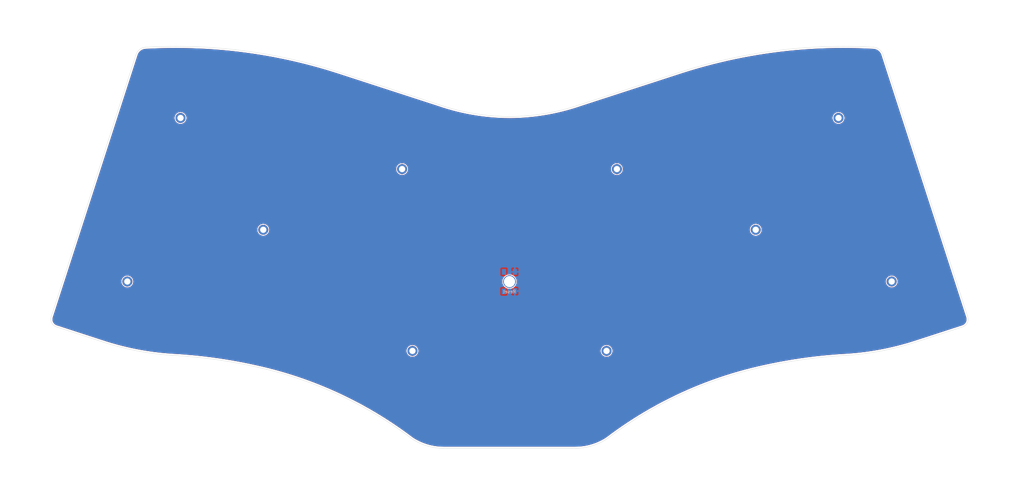
<source format=kicad_pcb>
(kicad_pcb (version 20211014) (generator pcbnew)
  (layers (0 "F.Cu" signal) (31 "B.Cu" signal) (34 "B.Paste" user) (35 "F.Paste" user) (36 "B.SilkS" user "B.Silkscreen") (37 "F.SilkS" user "F.Silkscreen") (38 "B.Mask" user) (39 "F.Mask" user) (44 "Edge.Cuts" user))
  (net 0 "")
  (net 1 "GND")
  (footprint "" (layer "F.Cu") (at 216.127512 123.813169)
    (fp_text reference "" (at 0 0) (layer "F.SilkS") (effects (font (size 1.27 1.27))))
    (fp_text value "" (at 0 0) (layer "F.SilkS") (effects (font (size 1.27 1.27))))
    (pad "" thru_hole circle locked (at 0 0 90) (size 4 4) (drill 3.5) (layers *.Cu *.Mask "Dwgs.User") (clearance 0.3))
  )
  (footprint "" (layer "F.Cu") (at 94.673566 123.775015)
    (fp_text reference "" (at 0 0) (layer "F.SilkS") (effects (font (size 1.27 1.27))))
    (fp_text value "" (at 0 0) (layer "F.SilkS") (effects (font (size 1.27 1.27))))
    (pad "" thru_hole circle locked (at 0 0 90) (size 3.2 3.2) (drill 2) (layers F&B.Cu *.Mask "Dwgs.User") (clearance 0.3))
  )
  (footprint "" (layer "F.Cu") (at 111.578153 71.748037)
    (fp_text reference "" (at 0 0) (layer "F.SilkS") (effects (font (size 1.27 1.27))))
    (fp_text value "" (at 0 0) (layer "F.SilkS") (effects (font (size 1.27 1.27))))
    (pad "" thru_hole circle locked (at 0 0 90) (size 3.2 3.2) (drill 2) (layers F&B.Cu *.Mask "Dwgs.User") (clearance 0.3))
  )
  (footprint "" (layer "F.Cu") (at 246.970277 145.85677)
    (fp_text reference "" (at 0 0) (layer "F.SilkS") (effects (font (size 1.27 1.27))))
    (fp_text value "" (at 0 0) (layer "F.SilkS") (effects (font (size 1.27 1.27))))
    (pad "" thru_hole circle locked (at 0 0 90) (size 3.2 3.2) (drill 2) (layers F&B.Cu *.Mask "Dwgs.User") (clearance 0.3))
  )
  (footprint "" (layer "F.Cu") (at 250.255544 88.010361)
    (fp_text reference "" (at 0 0) (layer "F.SilkS") (effects (font (size 1.27 1.27))))
    (fp_text value "" (at 0 0) (layer "F.SilkS") (effects (font (size 1.27 1.27))))
    (pad "" thru_hole circle locked (at 0 0 90) (size 3.2 3.2) (drill 2) (layers F&B.Cu *.Mask "Dwgs.User") (clearance 0.3))
  )
  (footprint "" (layer "F.Cu") (at 137.873092 107.318988)
    (fp_text reference "" (at 0 0) (layer "F.SilkS") (effects (font (size 1.27 1.27))))
    (fp_text value "" (at 0 0) (layer "F.SilkS") (effects (font (size 1.27 1.27))))
    (pad "" thru_hole circle locked (at 0 0 90) (size 3.2 3.2) (drill 2) (layers F&B.Cu *.Mask "Dwgs.User") (clearance 0.3))
  )
  (footprint "" (layer "F.Cu") (at 185.28494 145.856198)
    (fp_text reference "" (at 0 0) (layer "F.SilkS") (effects (font (size 1.27 1.27))))
    (fp_text value "" (at 0 0) (layer "F.SilkS") (effects (font (size 1.27 1.27))))
    (pad "" thru_hole circle locked (at 0 0 90) (size 3.2 3.2) (drill 2) (layers F&B.Cu *.Mask "Dwgs.User") (clearance 0.3))
  )
  (footprint "" (layer "F.Cu") (at 320.677064 71.748608)
    (fp_text reference "" (at 0 0) (layer "F.SilkS") (effects (font (size 1.27 1.27))))
    (fp_text value "" (at 0 0) (layer "F.SilkS") (effects (font (size 1.27 1.27))))
    (pad "" thru_hole circle locked (at 0 0 90) (size 3.2 3.2) (drill 2) (layers F&B.Cu *.Mask "Dwgs.User") (clearance 0.3))
  )
  (footprint "" (layer "F.Cu") (at 294.382124 107.319558)
    (fp_text reference "" (at 0 0) (layer "F.SilkS") (effects (font (size 1.27 1.27))))
    (fp_text value "" (at 0 0) (layer "F.SilkS") (effects (font (size 1.27 1.27))))
    (pad "" thru_hole circle locked (at 0 0 90) (size 3.2 3.2) (drill 2) (layers F&B.Cu *.Mask "Dwgs.User") (clearance 0.3))
  )
  (footprint "" (layer "F.Cu") (at 181.999669 88.009791)
    (fp_text reference "" (at 0 0) (layer "F.SilkS") (effects (font (size 1.27 1.27))))
    (fp_text value "" (at 0 0) (layer "F.SilkS") (effects (font (size 1.27 1.27))))
    (pad "" thru_hole circle locked (at 0 0 90) (size 3.2 3.2) (drill 2) (layers F&B.Cu *.Mask "Dwgs.User") (clearance 0.3))
  )
  (footprint "" (layer "F.Cu") (at 337.58165 123.775584)
    (fp_text reference "" (at 0 0) (layer "F.SilkS") (effects (font (size 1.27 1.27))))
    (fp_text value "" (at 0 0) (layer "F.SilkS") (effects (font (size 1.27 1.27))))
    (pad "" thru_hole circle locked (at 0 0 90) (size 3.2 3.2) (drill 2) (layers F&B.Cu *.Mask "Dwgs.User") (clearance 0.3))
  )
  (footprint "footprints:PushSwitch" (layer "B.Cu") (at 216.127512 123.813169 -90)
    (fp_text reference "SW1" hide)
    (fp_text value "SW_Push")
    (pad "1" smd rect (at 3.1 1.8 270) (size 1.8 1.3) (layers "B.Cu" "B.Paste" "B.Mask"))
    (pad "1" smd rect (at -3.1 1.75 270) (size 1.8 1.3) (layers "B.Cu" "B.Paste" "B.Mask"))
    (pad "2" smd rect (at -3.1 -1.7 270) (size 1.8 1.3) (layers "B.Cu" "B.Paste" "B.Mask") (net 1 "GND"))
    (pad "2" smd rect (at 3 -1.7 270) (size 1.8 1.3) (layers "B.Cu" "B.Paste" "B.Mask") (net 1 "GND"))
  )
  (gr_arc (start 72.06872 138.177914) (mid 70.64826 136.928333) (end 70.506805 135.041762) (layer "Edge.Cuts") (width 0.1))
  (gr_arc (start 97.48555 51.509722) (mid 98.566097 49.969344) (end 100.314714 49.274587) (layer "Edge.Cuts") (width 0.1))
  (gr_line (start 193.743251 67.539543) (end 160.931801 56.878456) (layer "Edge.Cuts") (width 0.1))
  (gr_line (start 195.127514 176.813169) (end 216.127514 176.813169) (layer "Edge.Cuts") (width 0.1))
  (gr_arc (start 100.314714 49.274587) (mid 130.971633 50.299318) (end 160.931801 56.878456) (layer "Edge.Cuts") (width 0.1))
  (gr_line (start 72.06872 138.177914) (end 86.377752 142.827201) (layer "Edge.Cuts") (width 0.1))
  (gr_arc (start 195.127514 176.813169) (mid 189.910331 176.03711) (end 185.127514 173.81317) (layer "Edge.Cuts") (width 0.1))
  (gr_arc (start 271.323227 56.878456) (mid 301.283396 50.299318) (end 331.940314 49.274587) (layer "Edge.Cuts") (width 0.1))
  (gr_arc (start 247.127514 173.81317) (mid 242.344698 176.037119) (end 237.127514 176.813169) (layer "Edge.Cuts") (width 0.1))
  (gr_arc (start 361.748223 135.041762) (mid 361.606769 136.928348) (end 360.186308 138.177914) (layer "Edge.Cuts") (width 0.1))
  (gr_arc (start 247.127514 173.81317) (mid 270.86386 159.566094) (end 297.127515 150.813169) (layer "Edge.Cuts") (width 0.1))
  (gr_arc (start 297.127515 150.813169) (mid 309.558891 148.573004) (end 322.127513 147.313169) (layer "Edge.Cuts") (width 0.1))
  (gr_line (start 271.323227 56.878456) (end 238.511777 67.539543) (layer "Edge.Cuts") (width 0.1))
  (gr_arc (start 345.877276 142.827201) (mid 334.154084 145.873267) (end 322.127513 147.313169) (layer "Edge.Cuts") (width 0.1))
  (gr_arc (start 135.127513 150.813169) (mid 161.391171 159.566088) (end 185.127514 173.81317) (layer "Edge.Cuts") (width 0.1))
  (gr_line (start 70.506805 135.041762) (end 97.48555 51.509722) (layer "Edge.Cuts") (width 0.1))
  (gr_arc (start 238.511777 67.539543) (mid 227.474014 70.342038) (end 216.127514 71.313169) (layer "Edge.Cuts") (width 0.1))
  (gr_arc (start 110.127515 147.313169) (mid 122.696138 148.572997) (end 135.127513 150.813169) (layer "Edge.Cuts") (width 0.1))
  (gr_arc (start 110.127515 147.313169) (mid 98.100946 145.873257) (end 86.377752 142.827201) (layer "Edge.Cuts") (width 0.1))
  (gr_line (start 345.877276 142.827201) (end 360.186308 138.177914) (layer "Edge.Cuts") (width 0.1))
  (gr_line (start 216.127514 176.813169) (end 237.127514 176.813169) (layer "Edge.Cuts") (width 0.1))
  (gr_line (start 334.769478 51.509722) (end 361.748223 135.041762) (layer "Edge.Cuts") (width 0.1))
  (gr_arc (start 331.940314 49.274587) (mid 333.688922 49.969358) (end 334.769478 51.509722) (layer "Edge.Cuts") (width 0.1))
  (gr_arc (start 216.127514 71.313169) (mid 204.781016 70.342026) (end 193.743251 67.539543) (layer "Edge.Cuts") (width 0.1))
  (gr_text "Reset" (at 216.127512 127.013169) (layer "B.SilkS") (effects (font (size 1 1)) (justify mirror)))
  (zone locked (net 1) (net_name "GND") (layers F&B.Cu) (connect_pads (clearance 0.508)) (min_thickness 0.254) (fill yes (thermal_gap 0.508) (thermal_bridge_width 0.508) (island_removal_mode 1) (island_area_min 0))
    (polygon (pts (xy 379.646353 144.553874) (xy 310.590105 165.191373) (xy 258.202605 188.210122) (xy 178.827605 188.210124) (xy 134.377604 162.01637) (xy 54.208852 146.935121) (xy 89.927603 34.222623) (xy 135.965104 37.39762) (xy 168.508855 46.128871) (xy 189.146353 54.860121) (xy 215.340104 58.82887) (xy 249.471353 52.478871) (xy 270.902604 43.74762) (xy 297.890102 38.191371) (xy 340.752602 35.810123)))
  )
)
</source>
